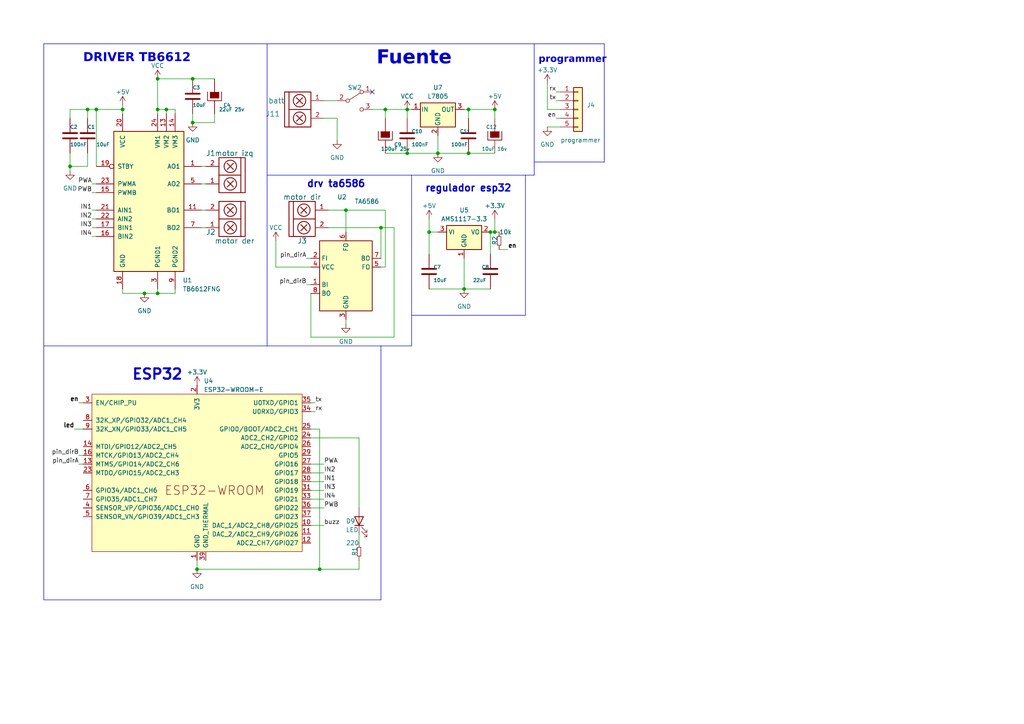
<source format=kicad_sch>
(kicad_sch (version 20230121) (generator eeschema)
  (paper "A4")
  (lib_symbols
    (symbol "+5V_1" (power) (pin_names (offset 0))
      (property "Value" "+5V_1" (at 0 3.556 0))
      (symbol "+5V_1_0_1"
        (polyline (pts (xy -0.762 1.27) (xy 0 2.54)))
        (polyline (pts (xy 0 0) (xy 0 2.54)))
        (polyline (pts (xy 0 2.54) (xy 0.762 1.27)))
      )
      (symbol "+5V_1_1_1"
        (pin power_in line (at 0 0 90) (length 0) hide (name "+5V") (number "1"))
      )
    )
    (symbol "+5V_2" (power) (pin_names (offset 0))
      (property "Value" "+5V_2" (at 0 3.556 0))
      (symbol "+5V_2_0_1"
        (polyline (pts (xy -0.762 1.27) (xy 0 2.54)))
        (polyline (pts (xy 0 0) (xy 0 2.54)))
        (polyline (pts (xy 0 2.54) (xy 0.762 1.27)))
      )
      (symbol "+5V_2_1_1"
        (pin power_in line (at 0 0 90) (length 0) hide (name "+5V") (number "1"))
      )
    )
    (symbol "Connector_Generic:Conn_01x05" (pin_names (offset 1.016) hide)
      (property "Reference" "J" (at 0 7.62 0))
      (property "Value" "Conn_01x05" (at 0 -7.62 0))
      (symbol "Conn_01x05_1_1"
        (rectangle (start -1.27 -4.953) (end 0 -5.207) (stroke (width 0.1524)))
        (rectangle (start -1.27 -2.413) (end 0 -2.667) (stroke (width 0.1524)))
        (rectangle (start -1.27 0.127) (end 0 -0.127) (stroke (width 0.1524)))
        (rectangle (start -1.27 2.667) (end 0 2.413) (stroke (width 0.1524)))
        (rectangle (start -1.27 5.207) (end 0 4.953) (stroke (width 0.1524)))
        (rectangle (start -1.27 6.35) (end 1.27 -6.35) (stroke (width 0.254)) (fill (type background)))
        (pin passive line (at -5.08 5.08 0) (length 3.81) (name "Pin_1") (number "1"))
        (pin passive line (at -5.08 2.54 0) (length 3.81) (name "Pin_2") (number "2"))
        (pin passive line (at -5.08 0 0) (length 3.81) (name "Pin_3") (number "3"))
        (pin passive line (at -5.08 -2.54 0) (length 3.81) (name "Pin_4") (number "4"))
        (pin passive line (at -5.08 -5.08 0) (length 3.81) (name "Pin_5") (number "5"))
      )
    )
    (symbol "Device:LED" (pin_numbers hide) (pin_names (offset 1.016) hide)
      (property "Reference" "D" (at 0 2.54 0))
      (property "Value" "LED" (at 0 -2.54 0))
      (symbol "LED_0_1"
        (polyline (pts (xy -1.27 -1.27) (xy -1.27 1.27)) (stroke (width 0.254)))
        (polyline (pts (xy -1.27 0) (xy 1.27 0)))
        (polyline (pts (xy 1.27 -1.27) (xy 1.27 1.27) (xy -1.27 0) (xy 1.27 -1.27)) (stroke (width 0.254)))
        (polyline (pts (xy -3.048 -0.762) (xy -4.572 -2.286) (xy -3.81 -2.286) (xy -4.572 -2.286) (xy -4.572 -1.524)))
        (polyline (pts (xy -1.778 -0.762) (xy -3.302 -2.286) (xy -2.54 -2.286) (xy -3.302 -2.286) (xy -3.302 -1.524)))
      )
      (symbol "LED_1_1"
        (pin passive line (at -3.81 0 0) (length 2.54) (name "K") (number "1"))
        (pin passive line (at 3.81 0 180) (length 2.54) (name "A") (number "2"))
      )
    )
    (symbol "Driver_FET:FAN3278"
      (property "Reference" "U2" (at 2.1941 15.24 0))
      (property "Value" "TA6586" (at 2.1941 12.7 0))
      (symbol "FAN3278_0_1"
        (rectangle (start -7.62 10.16) (end 7.62 -10.16) (stroke (width 0.254)) (fill (type background)))
      )
      (symbol "FAN3278_1_1"
        (pin input line (at -10.16 -2.54 0) (length 2.54) (name "BI") (number "1"))
        (pin input line (at -10.16 5.08 0) (length 2.54) (name "FI") (number "2"))
        (pin power_in line (at 0 -12.7 90) (length 2.54) (name "GND") (number "3"))
        (pin input line (at -10.16 2.54 0) (length 2.54) (name "VCC") (number "4"))
        (pin output line (at 10.16 2.54 180) (length 2.54) (name "FO") (number "5"))
        (pin power_in line (at 0 12.7 270) (length 2.54) (name "FO") (number "6"))
        (pin output line (at 10.16 5.08 180) (length 2.54) (name "BO") (number "7"))
        (pin input line (at -10.16 -5.08 0) (length 2.54) (name "BO") (number "8"))
      )
    )
    (symbol "Driver_Motor:TB6612FNG" (pin_names (offset 1.016))
      (property "Reference" "U" (at 11.43 17.78 0))
      (property "Value" "TB6612FNG" (at 11.43 15.24 0))
      (symbol "TB6612FNG_0_1"
        (rectangle (start -10.16 20.32) (end 10.16 -20.32) (stroke (width 0.254)) (fill (type background)))
      )
      (symbol "TB6612FNG_1_1"
        (pin output line (at 15.24 10.16 180) (length 5.08) (name "AO1") (number "1"))
        (pin passive line (at 7.62 -25.4 90) (length 5.08) hide (name "PGND2") (number "10"))
        (pin output line (at 15.24 -2.54 180) (length 5.08) (name "BO1") (number "11"))
        (pin passive line (at 15.24 -2.54 180) (length 5.08) hide (name "BO1") (number "12"))
        (pin power_in line (at 5.08 25.4 270) (length 5.08) (name "VM2") (number "13"))
        (pin power_in line (at 7.62 25.4 270) (length 5.08) (name "VM3") (number "14"))
        (pin input line (at -15.24 2.54 0) (length 5.08) (name "PWMB") (number "15"))
        (pin input line (at -15.24 -10.16 0) (length 5.08) (name "BIN2") (number "16"))
        (pin input line (at -15.24 -7.62 0) (length 5.08) (name "BIN1") (number "17"))
        (pin power_in line (at -7.62 -25.4 90) (length 5.08) (name "GND") (number "18"))
        (pin input inverted (at -15.24 10.16 0) (length 5.08) (name "STBY") (number "19"))
        (pin passive line (at 15.24 10.16 180) (length 5.08) hide (name "AO1") (number "2"))
        (pin power_in line (at -7.62 25.4 270) (length 5.08) (name "VCC") (number "20"))
        (pin input line (at -15.24 -2.54 0) (length 5.08) (name "AIN1") (number "21"))
        (pin input line (at -15.24 -5.08 0) (length 5.08) (name "AIN2") (number "22"))
        (pin input line (at -15.24 5.08 0) (length 5.08) (name "PWMA") (number "23"))
        (pin power_in line (at 2.54 25.4 270) (length 5.08) (name "VM1") (number "24"))
        (pin power_in line (at 2.54 -25.4 90) (length 5.08) (name "PGND1") (number "3"))
        (pin passive line (at 2.54 -25.4 90) (length 5.08) hide (name "PGND1") (number "4"))
        (pin output line (at 15.24 5.08 180) (length 5.08) (name "AO2") (number "5"))
        (pin passive line (at 15.24 5.08 180) (length 5.08) hide (name "AO2") (number "6"))
        (pin output line (at 15.24 -7.62 180) (length 5.08) (name "BO2") (number "7"))
        (pin passive line (at 15.24 -7.62 180) (length 5.08) hide (name "BO2") (number "8"))
        (pin power_in line (at 7.62 -25.4 90) (length 5.08) (name "PGND2") (number "9"))
      )
    )
    (symbol "EESTN5:C" (pin_numbers hide) (pin_names (offset 0.254))
      (property "Reference" "C" (at 0 2.54 0))
      (property "Value" "C" (at 0.1524 -2.159 0))
      (symbol "C_0_1"
        (polyline (pts (xy -2.032 -0.762) (xy 2.032 -0.762)) (stroke (width 0.508)))
        (polyline (pts (xy -2.032 0.762) (xy 2.032 0.762)) (stroke (width 0.508)))
      )
      (symbol "C_1_1"
        (pin passive line (at 0 5.08 270) (length 4.318) (name "~") (number "1"))
        (pin passive line (at 0 -5.08 90) (length 4.318) (name "~") (number "2"))
      )
    )
    (symbol "EESTN5:CAPAPOL" (pin_numbers hide) (pin_names (offset 0.254) hide)
      (property "Reference" "C" (at 1.27 2.54 0))
      (property "Value" "CAPAPOL" (at 1.27 -2.54 0))
      (symbol "CAPAPOL_0_1"
        (polyline (pts (xy -2.032 1.27) (xy -2.032 -1.27) (xy 2.032 -1.27) (xy 2.032 1.27)) (stroke (width 0.2032)))
        (polyline (pts (xy -1.27 1.27) (xy -1.27 -0.508) (xy 1.27 -0.508) (xy 1.27 1.27)) (fill (type outline)))
      )
      (symbol "CAPAPOL_1_1"
        (pin passive line (at 0 5.08 270) (length 3.81) (name "~") (number "1"))
        (pin passive line (at 0 -5.08 90) (length 3.81) (name "~") (number "2"))
      )
    )
    (symbol "EESTN5:R" (pin_numbers hide) (pin_names (offset 0))
      (property "Reference" "R" (at -1.27 0 90))
      (property "Value" "R" (at 1.27 0 90))
      (symbol "R_0_1"
        (rectangle (start 0.508 1.27) (end -0.508 -1.27))
      )
      (symbol "R_1_1"
        (pin passive line (at 0 2.54 270) (length 1.27) (name "~") (number "1"))
        (pin passive line (at 0 -2.54 90) (length 1.27) (name "~") (number "2"))
      )
    )
    (symbol "EESTN5:SW_SPDT" (pin_names (offset 0) hide)
      (property "Reference" "SW" (at 0 4.318 0))
      (symbol "SW_SPDT_0_0"
        (circle (center -2.032 0) (radius 0.508))
        (circle (center 2.032 -2.54) (radius 0.508))
      )
      (symbol "SW_SPDT_0_1"
        (polyline (pts (xy -1.524 0.254) (xy 1.651 2.286)))
        (circle (center 2.032 2.54) (radius 0.508))
      )
      (symbol "SW_SPDT_1_1"
        (pin passive line (at 5.08 2.54 180) (length 2.54) (name "A") (number "1"))
        (pin passive line (at -5.08 0 0) (length 2.54) (name "B") (number "2"))
        (pin passive line (at 5.08 -2.54 180) (length 2.54) (name "C") (number "3"))
      )
    )
    (symbol "EESTN5:TB_1X2" (pin_names (offset 1.016))
      (property "Reference" "J" (at 0 7.62 0))
      (property "Value" "TB_1X2" (at 1.27 -7.62 0))
      (symbol "TB_1X2_0_1"
        (rectangle (start -2.54 5.08) (end 5.08 -5.08) (stroke (width 0.254)))
        (polyline (pts (xy -1.27 0) (xy 5.08 0)) (stroke (width 0.254)))
        (polyline (pts (xy -1.27 5.08) (xy -1.27 -5.08)) (stroke (width 0.254)))
        (polyline (pts (xy 0.889 -3.429) (xy 2.667 -1.651)) (stroke (width 0.254)))
        (polyline (pts (xy 0.889 -1.651) (xy 2.667 -3.429)) (stroke (width 0.254)))
        (polyline (pts (xy 0.889 1.651) (xy 2.667 3.429)) (stroke (width 0.254)))
        (polyline (pts (xy 0.889 3.429) (xy 2.667 1.651)) (stroke (width 0.254)))
        (circle (center 1.778 -2.54) (radius 1.8034) (stroke (width 0.254)))
        (circle (center 1.778 2.54) (radius 1.8034) (stroke (width 0.254)))
      )
      (symbol "TB_1X2_1_1"
        (pin input line (at 8.89 2.54 180) (length 3.81) (name "~") (number "1"))
        (pin input line (at 8.89 -2.54 180) (length 3.81) (name "~") (number "2"))
      )
    )
    (symbol "Espressif:ESP32-WROOM-E" (pin_names (offset 1.016))
      (property "Reference" "U" (at -30.48 27.94 0))
      (property "Value" "ESP32-WROOM-E" (at -30.48 25.4 0))
      (symbol "ESP32-WROOM-E_0_1"
        (rectangle (start -30.48 22.86) (end 30.48 -22.86) (fill (type background)))
      )
      (symbol "ESP32-WROOM-E_1_1"
        (text "ESP32-­WROOM­" (at 5.08 -5.08 0) (effects (font (size 2.54 2.54))))
        (pin power_in line (at 0 -25.4 90) (length 2.54) (name "GND") (number "1"))
        (pin bidirectional line (at 33.02 -15.24 180) (length 2.54) (name "DAC_1/ADC2_CH8/GPIO25") (number "10"))
        (pin bidirectional line (at 33.02 -17.78 180) (length 2.54) (name "DAC_2/ADC2_CH9/GPIO26") (number "11"))
        (pin bidirectional line (at 33.02 -20.32 180) (length 2.54) (name "ADC2_CH7/GPIO27") (number "12"))
        (pin bidirectional line (at -33.02 2.54 0) (length 2.54) (name "MTMS/GPIO14/ADC2_CH6") (number "13"))
        (pin bidirectional line (at -33.02 7.62 0) (length 2.54) (name "MTDI/GPIO12/ADC2_CH5") (number "14"))
        (pin passive line (at 0 -25.4 90) (length 2.54) hide (name "GND") (number "15"))
        (pin bidirectional line (at -33.02 5.08 0) (length 2.54) (name "MTCK/GPIO13/ADC2_CH4") (number "16"))
        (pin power_in line (at 0 25.4 270) (length 2.54) (name "3V3") (number "2"))
        (pin bidirectional line (at -33.02 0 0) (length 2.54) (name "MTDO/GPIO15/ADC2_CH3") (number "23"))
        (pin bidirectional line (at 33.02 10.16 180) (length 2.54) (name "ADC2_CH2/GPIO2") (number "24"))
        (pin bidirectional line (at 33.02 12.7 180) (length 2.54) (name "GPIO0/BOOT/ADC2_CH1") (number "25"))
        (pin bidirectional line (at 33.02 7.62 180) (length 2.54) (name "ADC2_CH0/GPIO4") (number "26"))
        (pin bidirectional line (at 33.02 2.54 180) (length 2.54) (name "GPIO16") (number "27"))
        (pin bidirectional line (at 33.02 0 180) (length 2.54) (name "GPIO17") (number "28"))
        (pin bidirectional line (at 33.02 5.08 180) (length 2.54) (name "GPIO5") (number "29"))
        (pin input line (at -33.02 20.32 0) (length 2.54) (name "EN/CHIP_PU") (number "3"))
        (pin bidirectional line (at 33.02 -2.54 180) (length 2.54) (name "GPIO18") (number "30"))
        (pin bidirectional line (at 33.02 -5.08 180) (length 2.54) (name "GPIO19") (number "31"))
        (pin bidirectional line (at 33.02 -7.62 180) (length 2.54) (name "GPIO21") (number "33"))
        (pin bidirectional line (at 33.02 17.78 180) (length 2.54) (name "U0RXD/GPIO3") (number "34"))
        (pin bidirectional line (at 33.02 20.32 180) (length 2.54) (name "U0TXD/GPIO1") (number "35"))
        (pin bidirectional line (at 33.02 -10.16 180) (length 2.54) (name "GPIO22") (number "36"))
        (pin bidirectional line (at 33.02 -12.7 180) (length 2.54) (name "GPIO23") (number "37"))
        (pin passive line (at 0 -25.4 90) (length 2.54) hide (name "GND") (number "38"))
        (pin power_in line (at 2.54 -25.4 90) (length 2.54) (name "GND_THERMAL") (number "39"))
        (pin input line (at -33.02 -10.16 0) (length 2.54) (name "SENSOR_VP/GPIO36/ADC1_CH0") (number "4"))
        (pin input line (at -33.02 -12.7 0) (length 2.54) (name "SENSOR_VN/GPIO39/ADC1_CH3") (number "5"))
        (pin input line (at -33.02 -5.08 0) (length 2.54) (name "GPIO34/ADC1_CH6") (number "6"))
        (pin input line (at -33.02 -7.62 0) (length 2.54) (name "GPIO35/ADC1_CH7") (number "7"))
        (pin bidirectional line (at -33.02 15.24 0) (length 2.54) (name "32K_XP/GPIO32/ADC1_CH4") (number "8"))
        (pin bidirectional line (at -33.02 12.7 0) (length 2.54) (name "32K_XN/GPIO33/ADC1_CH5") (number "9"))
      )
    )
    (symbol "GND_2" (power) (pin_names (offset 0))
      (property "Value" "GND_2" (at 0 -3.81 0))
      (symbol "GND_2_0_1"
        (polyline (pts (xy 0 0) (xy 0 -1.27) (xy 1.27 -1.27) (xy 0 -2.54) (xy -1.27 -1.27) (xy 0 -1.27)))
      )
      (symbol "GND_2_1_1"
        (pin power_in line (at 0 0 270) (length 0) hide (name "GND") (number "1"))
      )
    )
    (symbol "GND_3" (power) (pin_names (offset 0))
      (property "Value" "GND_3" (at 0 -3.81 0))
      (symbol "GND_3_0_1"
        (polyline (pts (xy 0 0) (xy 0 -1.27) (xy 1.27 -1.27) (xy 0 -2.54) (xy -1.27 -1.27) (xy 0 -1.27)))
      )
      (symbol "GND_3_1_1"
        (pin power_in line (at 0 0 270) (length 0) hide (name "GND") (number "1"))
      )
    )
    (symbol "GND_4" (power) (pin_names (offset 0))
      (property "Value" "GND_4" (at 0 -3.81 0))
      (symbol "GND_4_0_1"
        (polyline (pts (xy 0 0) (xy 0 -1.27) (xy 1.27 -1.27) (xy 0 -2.54) (xy -1.27 -1.27) (xy 0 -1.27)))
      )
      (symbol "GND_4_1_1"
        (pin power_in line (at 0 0 270) (length 0) hide (name "GND") (number "1"))
      )
    )
    (symbol "Regulator_Linear:AMS1117-3.3"
      (property "Reference" "U" (at -3.81 3.175 0))
      (property "Value" "AMS1117-3.3" (at 0 3.175 0))
      (symbol "AMS1117-3.3_0_1"
        (rectangle (start -5.08 -5.08) (end 5.08 1.905) (stroke (width 0.254)) (fill (type background)))
      )
      (symbol "AMS1117-3.3_1_1"
        (pin power_in line (at 0 -7.62 90) (length 2.54) (name "GND") (number "1"))
        (pin power_out line (at 7.62 0 180) (length 2.54) (name "VO") (number "2"))
        (pin power_in line (at -7.62 0 0) (length 2.54) (name "VI") (number "3"))
      )
    )
    (symbol "Regulator_Linear:L7805" (pin_names (offset 0.254))
      (property "Reference" "U" (at -3.81 3.175 0))
      (property "Value" "L7805" (at 0 3.175 0))
      (symbol "L7805_0_1"
        (rectangle (start -5.08 1.905) (end 5.08 -5.08) (stroke (width 0.254)) (fill (type background)))
      )
      (symbol "L7805_1_1"
        (pin power_in line (at -7.62 0 0) (length 2.54) (name "IN") (number "1"))
        (pin power_in line (at 0 -7.62 90) (length 2.54) (name "GND") (number "2"))
        (pin power_out line (at 7.62 0 180) (length 2.54) (name "OUT") (number "3"))
      )
    )
    (symbol "TB_1X2_1" (pin_names (offset 1.016))
      (property "Reference" "J" (at 0 7.62 0))
      (property "Value" "TB_1X2" (at 1.27 -7.62 0))
      (symbol "TB_1X2_1_0_1"
        (rectangle (start -2.54 5.08) (end 5.08 -5.08) (stroke (width 0.254)))
        (polyline (pts (xy -1.27 0) (xy 5.08 0)) (stroke (width 0.254)))
        (polyline (pts (xy -1.27 5.08) (xy -1.27 -5.08)) (stroke (width 0.254)))
        (polyline (pts (xy 0.889 -3.429) (xy 2.667 -1.651)) (stroke (width 0.254)))
        (polyline (pts (xy 0.889 -1.651) (xy 2.667 -3.429)) (stroke (width 0.254)))
        (polyline (pts (xy 0.889 1.651) (xy 2.667 3.429)) (stroke (width 0.254)))
        (polyline (pts (xy 0.889 3.429) (xy 2.667 1.651)) (stroke (width 0.254)))
        (circle (center 1.778 -2.54) (radius 1.8034) (stroke (width 0.254)))
        (circle (center 1.778 2.54) (radius 1.8034) (stroke (width 0.254)))
      )
      (symbol "TB_1X2_1_1_1"
        (pin input line (at 8.89 2.54 180) (length 3.81) (name "~") (number "1"))
        (pin input line (at 8.89 -2.54 180) (length 3.81) (name "~") (number "2"))
      )
    )
    (symbol "VCC_1" (power) (pin_names (offset 0))
      (property "Value" "VCC_1" (at 0 3.81 0))
      (symbol "VCC_1_0_1"
        (polyline (pts (xy -0.762 1.27) (xy 0 2.54)))
        (polyline (pts (xy 0 0) (xy 0 2.54)))
        (polyline (pts (xy 0 2.54) (xy 0.762 1.27)))
      )
      (symbol "VCC_1_1_1"
        (pin power_in line (at 0 0 90) (length 0) hide (name "VCC") (number "1"))
      )
    )
    (symbol "power:+3.3V" (power) (pin_names (offset 0))
      (property "Value" "+3.3V" (at 0 3.556 0))
      (symbol "+3.3V_0_1"
        (polyline (pts (xy -0.762 1.27) (xy 0 2.54)))
        (polyline (pts (xy 0 0) (xy 0 2.54)))
        (polyline (pts (xy 0 2.54) (xy 0.762 1.27)))
      )
      (symbol "+3.3V_1_1"
        (pin power_in line (at 0 0 90) (length 0) hide (name "+3.3V") (number "1"))
      )
    )
  )
  (junction (at 143.51 67.31))
  (junction (at 45.72 31.75))
  (junction (at 118.11 31.75))
  (junction (at 118.11 44.45))
  (junction (at 92.71 165.1))
  (junction (at 57.15 165.1))
  (junction (at 127 44.45))
  (junction (at 110.49 66.04))
  (junction (at 135.89 31.75))
  (junction (at 25.4 31.75))
  (junction (at 55.88 22.86))
  (junction (at 111.76 31.75))
  (junction (at 143.51 31.75))
  (junction (at 45.72 85.09))
  (junction (at 20.32 48.26))
  (junction (at 48.26 31.75))
  (junction (at 55.88 35.56))
  (junction (at 100.33 60.96))
  (junction (at 135.89 44.45))
  (junction (at 27.94 31.75))
  (junction (at 134.62 83.82))
  (junction (at 142.24 67.31))
  (junction (at 41.91 85.09))
  (junction (at 124.46 67.31))
  (junction (at 35.56 31.75))
  (junction (at 45.72 22.86))
  (no_connect (at 107.95 26.67))
  (wire (pts (xy 20.32 31.75) (xy 25.4 31.75)))
  (wire (pts (xy 26.67 60.96) (xy 27.94 60.96)))
  (polyline (pts (xy 12.7 101.6) (xy 12.7 173.99)))
  (wire (pts (xy 48.26 31.75) (xy 50.8 31.75)))
  (wire (pts (xy 50.8 31.75) (xy 50.8 33.02)))
  (wire (pts (xy 124.46 83.82) (xy 134.62 83.82)))
  (wire (pts (xy 93.98 34.29) (xy 97.79 34.29)))
  (wire (pts (xy 100.33 93.98) (xy 100.33 92.71)))
  (wire (pts (xy 135.89 44.45) (xy 143.51 44.45)))
  (wire (pts (xy 26.67 53.34) (xy 27.94 53.34)))
  (wire (pts (xy 59.69 53.34) (xy 58.42 53.34)))
  (polyline (pts (xy 77.47 12.7) (xy 77.47 100.33)))
  (wire (pts (xy 22.86 132.08) (xy 24.13 132.08)))
  (wire (pts (xy 50.8 85.09) (xy 50.8 83.82)))
  (wire (pts (xy 135.89 34.29) (xy 135.89 31.75)))
  (wire (pts (xy 93.98 142.24) (xy 90.17 142.24)))
  (wire (pts (xy 158.75 24.13) (xy 158.75 31.75)))
  (wire (pts (xy 104.14 162.56) (xy 104.14 165.1)))
  (wire (pts (xy 158.75 31.75) (xy 162.56 31.75)))
  (wire (pts (xy 107.95 31.75) (xy 111.76 31.75)))
  (wire (pts (xy 104.14 127) (xy 104.14 147.32)))
  (wire (pts (xy 118.11 44.45) (xy 127 44.45)))
  (wire (pts (xy 97.79 34.29) (xy 97.79 40.64)))
  (wire (pts (xy 100.33 60.96) (xy 100.33 67.31)))
  (wire (pts (xy 48.26 31.75) (xy 48.26 33.02)))
  (wire (pts (xy 114.3 97.79) (xy 114.3 66.04)))
  (polyline (pts (xy 12.7 173.99) (xy 110.49 173.99)))
  (wire (pts (xy 25.4 31.75) (xy 27.94 31.75)))
  (wire (pts (xy 134.62 83.82) (xy 142.24 83.82)))
  (wire (pts (xy 88.9 82.55) (xy 90.17 82.55)))
  (wire (pts (xy 55.88 35.56) (xy 55.88 33.02)))
  (wire (pts (xy 59.69 48.26) (xy 58.42 48.26)))
  (wire (pts (xy 80.01 69.85) (xy 80.01 77.47)))
  (wire (pts (xy 144.78 72.39) (xy 147.32 72.39)))
  (wire (pts (xy 143.51 34.29) (xy 143.51 31.75)))
  (wire (pts (xy 124.46 67.31) (xy 124.46 73.66)))
  (wire (pts (xy 143.51 67.31) (xy 144.78 67.31)))
  (wire (pts (xy 20.32 49.53) (xy 20.32 48.26)))
  (wire (pts (xy 161.29 26.67) (xy 162.56 26.67)))
  (wire (pts (xy 91.44 116.84) (xy 90.17 116.84)))
  (wire (pts (xy 135.89 31.75) (xy 134.62 31.75)))
  (polyline (pts (xy 12.7 12.7) (xy 12.7 101.6)))
  (wire (pts (xy 111.76 31.75) (xy 118.11 31.75)))
  (wire (pts (xy 35.56 30.48) (xy 35.56 31.75)))
  (wire (pts (xy 25.4 34.29) (xy 25.4 31.75)))
  (wire (pts (xy 45.72 33.02) (xy 45.72 31.75)))
  (wire (pts (xy 93.98 144.78) (xy 90.17 144.78)))
  (wire (pts (xy 41.91 85.09) (xy 45.72 85.09)))
  (wire (pts (xy 45.72 22.86) (xy 55.88 22.86)))
  (wire (pts (xy 93.98 139.7) (xy 90.17 139.7)))
  (wire (pts (xy 57.15 165.1) (xy 57.15 162.56)))
  (wire (pts (xy 27.94 31.75) (xy 27.94 48.26)))
  (wire (pts (xy 111.76 60.96) (xy 111.76 77.47)))
  (polyline (pts (xy 119.38 91.44) (xy 152.4 91.44)))
  (wire (pts (xy 80.01 77.47) (xy 90.17 77.47)))
  (wire (pts (xy 26.67 68.58) (xy 27.94 68.58)))
  (polyline (pts (xy 77.47 100.33) (xy 110.49 100.33)))
  (wire (pts (xy 25.4 44.45) (xy 25.4 48.26)))
  (wire (pts (xy 118.11 31.75) (xy 119.38 31.75)))
  (wire (pts (xy 27.94 31.75) (xy 35.56 31.75)))
  (polyline (pts (xy 152.4 50.8) (xy 152.4 91.44)))
  (wire (pts (xy 35.56 31.75) (xy 35.56 33.02)))
  (wire (pts (xy 25.4 48.26) (xy 20.32 48.26)))
  (wire (pts (xy 26.67 63.5) (xy 27.94 63.5)))
  (wire (pts (xy 110.49 66.04) (xy 95.25 66.04)))
  (wire (pts (xy 22.86 116.84) (xy 24.13 116.84)))
  (wire (pts (xy 111.76 34.29) (xy 111.76 31.75)))
  (wire (pts (xy 62.23 35.56) (xy 55.88 35.56)))
  (wire (pts (xy 161.29 29.21) (xy 162.56 29.21)))
  (wire (pts (xy 88.9 74.93) (xy 90.17 74.93)))
  (polyline (pts (xy 154.94 12.7) (xy 154.94 50.8)))
  (polyline (pts (xy 154.94 46.99) (xy 175.26 46.99)))
  (wire (pts (xy 45.72 85.09) (xy 50.8 85.09)))
  (polyline (pts (xy 110.49 100.33) (xy 110.49 101.6)))
  (wire (pts (xy 104.14 165.1) (xy 92.71 165.1)))
  (polyline (pts (xy 154.94 50.8) (xy 154.94 50.8)))
  (wire (pts (xy 127 44.45) (xy 135.89 44.45)))
  (wire (pts (xy 111.76 77.47) (xy 110.49 77.47)))
  (wire (pts (xy 45.72 22.86) (xy 45.72 31.75)))
  (polyline (pts (xy 77.47 50.8) (xy 154.94 50.8)))
  (wire (pts (xy 59.69 60.96) (xy 58.42 60.96)))
  (polyline (pts (xy 175.26 12.7) (xy 175.26 15.24)))
  (wire (pts (xy 90.17 127) (xy 104.14 127)))
  (wire (pts (xy 111.76 44.45) (xy 118.11 44.45)))
  (wire (pts (xy 26.67 66.04) (xy 27.94 66.04)))
  (wire (pts (xy 55.88 22.86) (xy 62.23 22.86)))
  (wire (pts (xy 20.32 48.26) (xy 20.32 44.45)))
  (wire (pts (xy 45.72 83.82) (xy 45.72 85.09)))
  (wire (pts (xy 95.25 60.96) (xy 100.33 60.96)))
  (wire (pts (xy 59.69 66.04) (xy 58.42 66.04)))
  (wire (pts (xy 93.98 29.21) (xy 97.79 29.21)))
  (polyline (pts (xy 12.7 12.7) (xy 154.94 12.7)))
  (wire (pts (xy 20.32 34.29) (xy 20.32 31.75)))
  (wire (pts (xy 90.17 97.79) (xy 114.3 97.79)))
  (wire (pts (xy 35.56 85.09) (xy 41.91 85.09)))
  (wire (pts (xy 110.49 74.93) (xy 110.49 66.04)))
  (wire (pts (xy 92.71 124.46) (xy 92.71 165.1)))
  (wire (pts (xy 21.59 124.46) (xy 24.13 124.46)))
  (wire (pts (xy 118.11 34.29) (xy 118.11 31.75)))
  (wire (pts (xy 93.98 137.16) (xy 90.17 137.16)))
  (wire (pts (xy 62.23 33.02) (xy 62.23 35.56)))
  (wire (pts (xy 161.29 34.29) (xy 162.56 34.29)))
  (polyline (pts (xy 154.94 12.7) (xy 175.26 12.7)))
  (wire (pts (xy 127 67.31) (xy 124.46 67.31)))
  (wire (pts (xy 26.67 55.88) (xy 27.94 55.88)))
  (wire (pts (xy 90.17 124.46) (xy 92.71 124.46)))
  (wire (pts (xy 35.56 83.82) (xy 35.56 85.09)))
  (polyline (pts (xy 110.49 173.99) (xy 110.49 101.6)))
  (wire (pts (xy 93.98 152.4) (xy 90.17 152.4)))
  (wire (pts (xy 143.51 31.75) (xy 135.89 31.75)))
  (polyline (pts (xy 175.26 15.24) (xy 175.26 46.99)))
  (wire (pts (xy 22.86 134.62) (xy 24.13 134.62)))
  (wire (pts (xy 93.98 134.62) (xy 90.17 134.62)))
  (polyline (pts (xy 110.49 100.33) (xy 119.38 100.33)))
  (wire (pts (xy 45.72 31.75) (xy 48.26 31.75)))
  (wire (pts (xy 127 39.37) (xy 127 44.45)))
  (polyline (pts (xy 119.38 100.33) (xy 119.38 50.8)))
  (wire (pts (xy 158.75 36.83) (xy 162.56 36.83)))
  (wire (pts (xy 90.17 85.09) (xy 90.17 97.79)))
  (wire (pts (xy 114.3 66.04) (xy 110.49 66.04)))
  (polyline (pts (xy 77.47 100.33) (xy 12.7 100.33)))
  (wire (pts (xy 143.51 63.5) (xy 143.51 67.31)))
  (wire (pts (xy 142.24 67.31) (xy 143.51 67.31)))
  (wire (pts (xy 92.71 165.1) (xy 57.15 165.1)))
  (wire (pts (xy 142.24 67.31) (xy 142.24 73.66)))
  (wire (pts (xy 104.14 154.94) (xy 104.14 157.48)))
  (wire (pts (xy 100.33 60.96) (xy 111.76 60.96)))
  (wire (pts (xy 91.44 119.38) (xy 90.17 119.38)))
  (wire (pts (xy 124.46 63.5) (xy 124.46 67.31)))
  (wire (pts (xy 134.62 74.93) (xy 134.62 83.82)))
  (wire (pts (xy 93.98 147.32) (xy 90.17 147.32)))
  (text "drv ta6586\n" (at 88.9 54.61 0) (effects (font (size 2 2) bold) (justify left bottom)))
  (text "programmer\n" (at 156.21 19.05 0) (effects (font (size 2 2) (thickness 0.6) bold) (justify left bottom)))
  (text "ESP32\n" (at 38.1 110.49 0) (effects (font (size 3 3) bold) (justify left bottom)))
  (text "DRIVER TB6612\n" (at 24.13 19.05 0) (effects (font (size 2.54 2.54) (thickness 0.508) bold) (justify left bottom)))
  (text "regulador esp32" (at 123.19 55.88 0) (effects (font (size 2 2) bold) (justify left bottom)))
  (text "Fuente\n" (at 109.22 20.32 0) (effects (font (size 4 4) (thickness 0.8) bold) (justify left bottom)))
  (label "IN3" (at 26.67 66.04 180))
  (label "PWB" (at 26.67 55.88 180))
  (label "PWA" (at 93.98 134.62 0))
  (label "IN1" (at 26.67 60.96 180))
  (label "buzz" (at 93.98 152.4 0))
  (label "en" (at 22.86 116.84 180) (effects (font bold)))
  (label "tx" (at 91.44 116.84 0))
  (label "rx" (at 161.29 26.67 180))
  (label "rx" (at 91.44 119.38 0))
  (label "en" (at 147.32 72.39 0) (effects (font bold)))
  (label "en" (at 161.29 34.29 180))
  (label "PWA" (at 26.67 53.34 180))
  (label "IN4" (at 26.67 68.58 180))
  (label "IN1" (at 93.98 139.7 0))
  (label "IN3" (at 93.98 142.24 0))
  (label "tx" (at 161.29 29.21 180))
  (label "pin_dirB" (at 88.9 82.55 180))
  (label "IN2" (at 93.98 137.16 0))
  (label "IN4" (at 93.98 144.78 0))
  (label "led" (at 21.59 124.46 180) (effects (font bold)))
  (label "pin_dirA" (at 88.9 74.93 180))
  (label "IN2" (at 26.67 63.5 180))
  (label "pin_dirB" (at 22.86 132.08 180))
  (label "pin_dirA" (at 22.86 134.62 180))
  (label "PWB" (at 93.98 147.32 0))
  (symbol (lib_name "GND_4") (lib_id "power:GND") (at 134.62 83.82 0) (unit 1)
    (property "Reference" "#PWR011" (effects hide))
    (property "Value" "GND" (at 134.62 88.9 0))
  )
  (symbol (lib_name "GND_2") (lib_id "power:GND") (at 127 44.45 0) (unit 1)
    (property "Reference" "#PWR037" (effects hide))
    (property "Value" "GND" (at 127 49.53 0))
  )
  (symbol (lib_name "+5V_1") (lib_id "power:+5V") (at 35.56 30.48 0) (unit 1)
    (property "Reference" "#PWR02" (effects hide))
    (property "Value" "+5V" (at 35.56 26.67 0))
  )
  (symbol (lib_name "VCC_1") (lib_id "power:VCC") (at 45.72 22.86 0) (unit 1)
    (property "Reference" "#PWR01" (effects hide))
    (property "Value" "VCC" (at 45.72 19.05 0))
  )
  (symbol (lib_name "GND_4") (lib_id "power:GND") (at 158.75 36.83 0) (unit 1)
    (property "Reference" "#PWR09" (effects hide))
    (property "Value" "GND" (at 158.75 41.91 0))
  )
  (symbol (lib_id "EESTN5:SW_SPDT") (at 102.87 29.21 0) (unit 1)
    (property "Reference" "SW2" (at 102.87 25.4 0))
    (property "Value" "SW_SPDT" (effects hide))
    (property "Footprint" "EESTN5:Pin_Strip_3" (effects hide))
  )
  (symbol (lib_id "power:+3.3V") (at 158.75 24.13 0) (unit 1)
    (property "Reference" "#PWR08" (effects hide))
    (property "Value" "+3.3V" (at 158.75 20.32 0))
  )
  (symbol (lib_id "EESTN5:C") (at 55.88 27.94 0) (unit 1)
    (property "Reference" "C3" (at 55.88 25.4 0) (effects (font (size 1.016 1.016)) (justify left)))
    (property "Value" "10uF" (at 55.88 30.48 0) (effects (font (size 1.016 1.016)) (justify left)))
    (property "Footprint" "EESTN5:C_1206" (effects hide))
  )
  (symbol (lib_id "EESTN5:R") (at 144.78 69.85 0) (unit 1)
    (property "Reference" "R2" (at 143.51 71.12 90) (effects (justify left)))
    (property "Value" "10k" (at 144.78 67.31 0) (effects (justify left)))
    (property "Footprint" "EESTN5:R_1206" (effects hide))
  )
  (symbol (lib_name "TB_1X2_1") (lib_id "EESTN5:TB_1X2") (at 86.36 63.5 0) (unit 1)
    (property "Reference" "J3" (at 87.63 69.85 0) (effects (font (size 1.524 1.524))))
    (property "Value" "motor dir" (at 87.63 57.15 0) (effects (font (size 1.524 1.524))))
    (property "Footprint" "EESTN5:Pin_Header_2" (effects hide))
  )
  (symbol (lib_id "EESTN5:C") (at 118.11 39.37 0) (unit 1)
    (property "Reference" "C10" (at 119.38 38.1 0) (effects (font (size 1.016 1.016)) (justify left)))
    (property "Value" "100nF" (at 119.38 41.91 0) (effects (font (size 1.016 1.016)) (justify left)))
    (property "Footprint" "EESTN5:C_1206" (effects hide))
  )
  (symbol (lib_id "Device:LED") (at 104.14 151.13 90) (unit 1)
    (property "Reference" "D9" (at 100.33 151.13 90) (effects (justify right)))
    (property "Value" "LED" (at 100.33 153.67 90) (effects (justify right)))
    (property "Footprint" "EESTN5:LED_1206" (effects hide))
  )
  (symbol (lib_id "EESTN5:C") (at 25.4 39.37 0) (unit 1)
    (property "Reference" "C1" (at 25.4 36.83 0) (effects (font (size 1.016 1.016)) (justify left)))
    (property "Value" "10uF" (at 27.94 41.91 0) (effects (font (size 1.016 1.016)) (justify left)))
    (property "Footprint" "EESTN5:C_1206" (effects hide))
  )
  (symbol (lib_name "TB_1X2_1") (lib_id "EESTN5:TB_1X2") (at 68.58 63.5 180) (unit 1)
    (property "Reference" "J2" (at 59.69 67.31 0) (effects (font (size 1.524 1.524)) (justify right)))
    (property "Value" "motor der" (at 62.23 69.85 0) (effects (font (size 1.524 1.524)) (justify right)))
    (property "Footprint" "EESTN5:Pin_Header_2" (effects hide))
  )
  (symbol (lib_id "EESTN5:CAPAPOL") (at 143.51 39.37 0) (unit 1)
    (property "Reference" "C12" (at 140.97 36.83 0) (effects (font (size 1.016 1.016)) (justify left)))
    (property "Value" "10uF 16v" (at 139.7 43.18 0) (effects (font (size 1.016 1.016)) (justify left)))
    (property "Footprint" "EESTN5:CAP_ELEC_5x11mm" (effects hide))
  )
  (symbol (lib_id "Driver_Motor:TB6612FNG") (at 43.18 58.42 0) (unit 1)
    (property "Reference" "U1" (at 52.9941 81.28 0) (effects (justify left)))
    (property "Value" "TB6612FNG" (at 52.9941 83.82 0) (effects (justify left)))
    (property "Footprint" "Package_SO:SSOP-24_5.3x8.2mm_P0.65mm" (effects hide))
    (property "Datasheet" "https://toshiba.semicon-storage.com/us/product/linear/motordriver/detail.TB6612FNG.html" (effects hide))
  )
  (symbol (lib_name "VCC_1") (lib_id "power:VCC") (at 80.01 69.85 0) (unit 1)
    (property "Reference" "#PWR05" (effects hide))
    (property "Value" "VCC" (at 80.01 66.04 0))
  )
  (symbol (lib_id "EESTN5:R") (at 104.14 160.02 0) (unit 1)
    (property "Reference" "R1" (at 102.87 161.29 90) (effects (justify left)))
    (property "Value" "220" (at 100.33 157.48 0) (effects (justify left)))
    (property "Footprint" "EESTN5:R_1206" (effects hide))
  )
  (symbol (lib_id "EESTN5:CAPAPOL") (at 111.76 39.37 0) (unit 1)
    (property "Reference" "C9" (at 114.3 41.91 0) (effects (font (size 1.016 1.016)) (justify left)))
    (property "Value" "100uF 25v" (at 110.49 43.18 0) (effects (font (size 1.016 1.016)) (justify left)))
    (property "Footprint" "EESTN5:CAP_ELEC_5x11mm" (effects hide))
  )
  (symbol (lib_id "Regulator_Linear:AMS1117-3.3") (at 134.62 67.31 0) (unit 1)
    (property "Reference" "U5" (at 134.62 60.96 0))
    (property "Value" "AMS1117-3.3" (at 134.62 63.5 0))
    (property "Footprint" "Package_TO_SOT_SMD:SOT-223-3_TabPin2" (effects hide))
    (property "Datasheet" "http://www.advanced-monolithic.com/pdf/ds1117.pdf" (effects hide))
  )
  (symbol (lib_name "+5V_2") (lib_id "power:+5V") (at 124.46 63.5 0) (unit 1)
    (property "Reference" "#PWR010" (effects hide))
    (property "Value" "+5V" (at 124.46 59.69 0))
  )
  (symbol (lib_name "GND_4") (lib_id "power:GND") (at 20.32 49.53 0) (unit 1)
    (property "Reference" "#PWR06" (effects hide))
    (property "Value" "GND" (at 20.32 54.61 0))
  )
  (symbol (lib_name "GND_3") (lib_id "power:GND") (at 57.15 165.1 0) (unit 1)
    (property "Reference" "#PWR014" (effects hide))
    (property "Value" "GND" (at 57.15 170.18 0))
  )
  (symbol (lib_name "TB_1X2_1") (lib_id "EESTN5:TB_1X2") (at 68.58 50.8 180) (unit 1)
    (property "Reference" "J1" (at 59.69 44.45 0) (effects (font (size 1.524 1.524)) (justify right)))
    (property "Value" "motor izq" (at 62.23 44.45 0) (effects (font (size 1.524 1.524)) (justify right)))
    (property "Footprint" "EESTN5:Pin_Header_2" (effects hide))
  )
  (symbol (lib_id "EESTN5:C") (at 20.32 39.37 0) (unit 1)
    (property "Reference" "C2" (at 20.32 36.83 0) (effects (font (size 1.016 1.016)) (justify left)))
    (property "Value" "100nF" (at 20.32 41.91 0) (effects (font (size 1.016 1.016)) (justify left)))
    (property "Footprint" "EESTN5:C_1206" (effects hide))
  )
  (symbol (lib_id "Regulator_Linear:L7805") (at 127 31.75 0) (unit 1)
    (property "Reference" "U7" (at 127 25.4 0))
    (property "Value" "L7805" (at 127 27.94 0))
    (property "Footprint" "EESTN5:TO-220" (effects hide))
    (property "Datasheet" "http://www.st.com/content/ccc/resource/technical/document/datasheet/41/4f/b3/b0/12/d4/47/88/CD00000444.pdf/files/CD00000444.pdf/jcr:content/translations/en.CD00000444.pdf" (effects hide))
  )
  (symbol (lib_name "+5V_1") (lib_id "power:+5V") (at 143.51 31.75 0) (unit 1)
    (property "Reference" "#PWR040" (effects hide))
    (property "Value" "+5V" (at 143.51 27.94 0))
  )
  (symbol (lib_id "Driver_FET:FAN3278") (at 100.33 80.01 0) (unit 1)
    (property "Reference" "U2" (at 97.79 57.15 0) (effects (justify left)))
    (property "Value" "TA6586" (at 102.87 58.42 0) (effects (justify left)))
    (property "Footprint" "EESTN5:DIP-8" (effects hide))
    (property "Datasheet" "https://www.onsemi.com/pub/Collateral/FAN3278-D.pdf" (effects hide))
  )
  (symbol (lib_name "GND_4") (lib_id "power:GND") (at 41.91 85.09 0) (unit 1)
    (property "Reference" "#PWR03" (effects hide))
    (property "Value" "GND" (at 41.91 90.17 0))
  )
  (symbol (lib_id "EESTN5:TB_1X2") (at 85.09 31.75 0) (unit 1)
    (property "Reference" "J11" (at 81.28 33.02 0) (effects (font (size 1.524 1.524)) (justify right)))
    (property "Value" "batt" (at 82.55 29.21 0) (effects (font (size 1.524 1.524)) (justify right)))
    (property "Footprint" "EESTN5:Pin_Header_2" (effects hide))
  )
  (symbol (lib_name "GND_4") (lib_id "power:GND") (at 55.88 35.56 0) (unit 1)
    (property "Reference" "#PWR07" (effects hide))
    (property "Value" "GND" (at 55.88 40.64 0))
  )
  (symbol (lib_id "EESTN5:C") (at 142.24 78.74 0) (unit 1)
    (property "Reference" "C8" (at 139.7 77.47 0) (effects (font (size 1.016 1.016)) (justify left)))
    (property "Value" "22uF" (at 137.16 81.28 0) (effects (font (size 1.016 1.016)) (justify left)))
    (property "Footprint" "EESTN5:C_1206" (effects hide))
  )
  (symbol (lib_name "GND_2") (lib_id "power:GND") (at 97.79 40.64 0) (unit 1)
    (property "Reference" "#PWR032" (effects hide))
    (property "Value" "GND" (at 97.79 45.72 0))
  )
  (symbol (lib_id "Espressif:ESP32-WROOM-E") (at 57.15 137.16 0) (unit 1)
    (property "Reference" "U4" (at 59.1059 110.49 0) (effects (justify left)))
    (property "Value" "ESP32-WROOM-E" (at 59.1059 113.03 0) (effects (justify left)))
    (property "Footprint" "esp32e:XCVR_ESP32-WROOM-32E__16MB_" (effects hide))
    (property "Datasheet" "https://www.espressif.com/sites/default/files/documentation/esp32-wroom-32e_esp32-wroom-32ue_datasheet_en.pdf" (effects hide))
  )
  (symbol (lib_id "power:+3.3V") (at 143.51 63.5 0) (unit 1)
    (property "Reference" "#PWR013" (effects hide))
    (property "Value" "+3.3V" (at 143.51 59.69 0))
  )
  (symbol (lib_id "power:+3.3V") (at 57.15 111.76 0) (unit 1)
    (property "Reference" "#PWR012" (effects hide))
    (property "Value" "+3.3V" (at 57.15 107.95 0))
  )
  (symbol (lib_name "VCC_1") (lib_id "power:VCC") (at 118.11 31.75 0) (unit 1)
    (property "Reference" "#PWR036" (effects hide))
    (property "Value" "VCC" (at 118.11 27.94 0))
  )
  (symbol (lib_id "EESTN5:C") (at 124.46 78.74 0) (unit 1)
    (property "Reference" "C7" (at 125.73 77.47 0) (effects (font (size 1.016 1.016)) (justify left)))
    (property "Value" "10uF" (at 125.73 81.28 0) (effects (font (size 1.016 1.016)) (justify left)))
    (property "Footprint" "EESTN5:C_1206" (effects hide))
  )
  (symbol (lib_name "GND_4") (lib_id "power:GND") (at 100.33 93.98 0) (unit 1)
    (property "Reference" "#PWR04" (effects hide))
    (property "Value" "GND" (at 100.33 99.06 0))
  )
  (symbol (lib_id "Connector_Generic:Conn_01x05") (at 167.64 31.75 0) (unit 1)
    (property "Reference" "J4" (at 170.18 30.48 0) (effects (justify left)))
    (property "Value" "programmer" (at 162.56 40.64 0) (effects (justify left)))
    (property "Footprint" "EESTN5:Pin_Strip_5" (effects hide))
  )
  (symbol (lib_id "EESTN5:CAPAPOL") (at 62.23 27.94 0) (unit 1)
    (property "Reference" "C4" (at 64.77 30.48 0) (effects (font (size 1.016 1.016)) (justify left)))
    (property "Value" "22uF 25v" (at 63.5 31.75 0) (effects (font (size 1.016 1.016)) (justify left)))
    (property "Footprint" "EESTN5:CAP_ELEC_5x11mm" (effects hide))
  )
  (symbol (lib_id "EESTN5:C") (at 135.89 39.37 0) (unit 1)
    (property "Reference" "C11" (at 133.35 38.1 0) (effects (font (size 1.016 1.016)) (justify left)))
    (property "Value" "100nF" (at 130.81 41.91 0) (effects (font (size 1.016 1.016)) (justify left)))
    (property "Footprint" "EESTN5:C_1206" (effects hide))
  )
)
</source>
